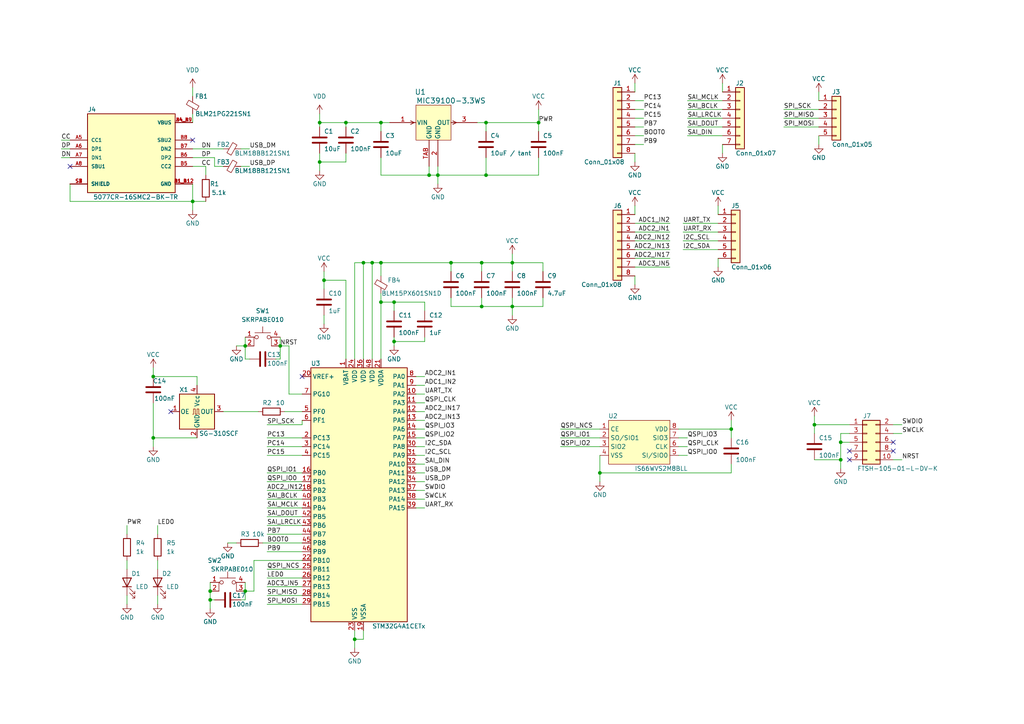
<source format=kicad_sch>
(kicad_sch (version 20230121) (generator eeschema)
  (paper "A4")
  (title_block (title "C4NDY Board") (rev "1") (company "Yamamoto Works Ltd."))
  (lib_symbols
    (symbol "Connector_Generic:Conn_01x05" (pin_names (offset 1.016) hide)
      (property "Reference" "J" (at 0 7.62 0))
      (property "Value" "Conn_01x05" (at 0 -7.62 0))
      (symbol "Conn_01x05_1_1"
        (rectangle (start -1.27 -4.953) (end 0 -5.207) (stroke (width 0.1524)))
        (rectangle (start -1.27 -2.413) (end 0 -2.667) (stroke (width 0.1524)))
        (rectangle (start -1.27 0.127) (end 0 -0.127) (stroke (width 0.1524)))
        (rectangle (start -1.27 2.667) (end 0 2.413) (stroke (width 0.1524)))
        (rectangle (start -1.27 5.207) (end 0 4.953) (stroke (width 0.1524)))
        (rectangle (start -1.27 6.35) (end 1.27 -6.35) (stroke (width 0.254)) (fill (type background)))
        (pin passive line (at -5.08 5.08 0) (length 3.81) (name "Pin_1") (number "1"))
        (pin passive line (at -5.08 2.54 0) (length 3.81) (name "Pin_2") (number "2"))
        (pin passive line (at -5.08 0 0) (length 3.81) (name "Pin_3") (number "3"))
        (pin passive line (at -5.08 -2.54 0) (length 3.81) (name "Pin_4") (number "4"))
        (pin passive line (at -5.08 -5.08 0) (length 3.81) (name "Pin_5") (number "5"))
      )
    )
    (symbol "Connector_Generic:Conn_01x06" (pin_names (offset 1.016) hide)
      (property "Reference" "J" (at 0 7.62 0))
      (property "Value" "Conn_01x06" (at 0 -10.16 0))
      (symbol "Conn_01x06_1_1"
        (rectangle (start -1.27 -7.493) (end 0 -7.747) (stroke (width 0.1524)))
        (rectangle (start -1.27 -4.953) (end 0 -5.207) (stroke (width 0.1524)))
        (rectangle (start -1.27 -2.413) (end 0 -2.667) (stroke (width 0.1524)))
        (rectangle (start -1.27 0.127) (end 0 -0.127) (stroke (width 0.1524)))
        (rectangle (start -1.27 2.667) (end 0 2.413) (stroke (width 0.1524)))
        (rectangle (start -1.27 5.207) (end 0 4.953) (stroke (width 0.1524)))
        (rectangle (start -1.27 6.35) (end 1.27 -8.89) (stroke (width 0.254)) (fill (type background)))
        (pin passive line (at -5.08 5.08 0) (length 3.81) (name "Pin_1") (number "1"))
        (pin passive line (at -5.08 2.54 0) (length 3.81) (name "Pin_2") (number "2"))
        (pin passive line (at -5.08 0 0) (length 3.81) (name "Pin_3") (number "3"))
        (pin passive line (at -5.08 -2.54 0) (length 3.81) (name "Pin_4") (number "4"))
        (pin passive line (at -5.08 -5.08 0) (length 3.81) (name "Pin_5") (number "5"))
        (pin passive line (at -5.08 -7.62 0) (length 3.81) (name "Pin_6") (number "6"))
      )
    )
    (symbol "Connector_Generic:Conn_01x07" (pin_names (offset 1.016) hide)
      (property "Reference" "J" (at 0 10.16 0))
      (property "Value" "Conn_01x07" (at 0 -10.16 0))
      (symbol "Conn_01x07_1_1"
        (rectangle (start -1.27 -7.493) (end 0 -7.747) (stroke (width 0.1524)))
        (rectangle (start -1.27 -4.953) (end 0 -5.207) (stroke (width 0.1524)))
        (rectangle (start -1.27 -2.413) (end 0 -2.667) (stroke (width 0.1524)))
        (rectangle (start -1.27 0.127) (end 0 -0.127) (stroke (width 0.1524)))
        (rectangle (start -1.27 2.667) (end 0 2.413) (stroke (width 0.1524)))
        (rectangle (start -1.27 5.207) (end 0 4.953) (stroke (width 0.1524)))
        (rectangle (start -1.27 7.747) (end 0 7.493) (stroke (width 0.1524)))
        (rectangle (start -1.27 8.89) (end 1.27 -8.89) (stroke (width 0.254)) (fill (type background)))
        (pin passive line (at -5.08 7.62 0) (length 3.81) (name "Pin_1") (number "1"))
        (pin passive line (at -5.08 5.08 0) (length 3.81) (name "Pin_2") (number "2"))
        (pin passive line (at -5.08 2.54 0) (length 3.81) (name "Pin_3") (number "3"))
        (pin passive line (at -5.08 0 0) (length 3.81) (name "Pin_4") (number "4"))
        (pin passive line (at -5.08 -2.54 0) (length 3.81) (name "Pin_5") (number "5"))
        (pin passive line (at -5.08 -5.08 0) (length 3.81) (name "Pin_6") (number "6"))
        (pin passive line (at -5.08 -7.62 0) (length 3.81) (name "Pin_7") (number "7"))
      )
    )
    (symbol "Connector_Generic:Conn_01x08" (pin_names (offset 1.016) hide)
      (property "Reference" "J" (at 0 10.16 0))
      (property "Value" "Conn_01x08" (at 0 -12.7 0))
      (symbol "Conn_01x08_1_1"
        (rectangle (start -1.27 -10.033) (end 0 -10.287) (stroke (width 0.1524)))
        (rectangle (start -1.27 -7.493) (end 0 -7.747) (stroke (width 0.1524)))
        (rectangle (start -1.27 -4.953) (end 0 -5.207) (stroke (width 0.1524)))
        (rectangle (start -1.27 -2.413) (end 0 -2.667) (stroke (width 0.1524)))
        (rectangle (start -1.27 0.127) (end 0 -0.127) (stroke (width 0.1524)))
        (rectangle (start -1.27 2.667) (end 0 2.413) (stroke (width 0.1524)))
        (rectangle (start -1.27 5.207) (end 0 4.953) (stroke (width 0.1524)))
        (rectangle (start -1.27 7.747) (end 0 7.493) (stroke (width 0.1524)))
        (rectangle (start -1.27 8.89) (end 1.27 -11.43) (stroke (width 0.254)) (fill (type background)))
        (pin passive line (at -5.08 7.62 0) (length 3.81) (name "Pin_1") (number "1"))
        (pin passive line (at -5.08 5.08 0) (length 3.81) (name "Pin_2") (number "2"))
        (pin passive line (at -5.08 2.54 0) (length 3.81) (name "Pin_3") (number "3"))
        (pin passive line (at -5.08 0 0) (length 3.81) (name "Pin_4") (number "4"))
        (pin passive line (at -5.08 -2.54 0) (length 3.81) (name "Pin_5") (number "5"))
        (pin passive line (at -5.08 -5.08 0) (length 3.81) (name "Pin_6") (number "6"))
        (pin passive line (at -5.08 -7.62 0) (length 3.81) (name "Pin_7") (number "7"))
        (pin passive line (at -5.08 -10.16 0) (length 3.81) (name "Pin_8") (number "8"))
      )
    )
    (symbol "Connector_Generic:Conn_02x05_Odd_Even" (pin_names (offset 1.016) hide)
      (property "Reference" "J" (at 1.27 7.62 0))
      (property "Value" "Conn_02x05_Odd_Even" (at 1.27 -7.62 0))
      (symbol "Conn_02x05_Odd_Even_1_1"
        (rectangle (start -1.27 -4.953) (end 0 -5.207) (stroke (width 0.1524)))
        (rectangle (start -1.27 -2.413) (end 0 -2.667) (stroke (width 0.1524)))
        (rectangle (start -1.27 0.127) (end 0 -0.127) (stroke (width 0.1524)))
        (rectangle (start -1.27 2.667) (end 0 2.413) (stroke (width 0.1524)))
        (rectangle (start -1.27 5.207) (end 0 4.953) (stroke (width 0.1524)))
        (rectangle (start -1.27 6.35) (end 3.81 -6.35) (stroke (width 0.254)) (fill (type background)))
        (rectangle (start 3.81 -4.953) (end 2.54 -5.207) (stroke (width 0.1524)))
        (rectangle (start 3.81 -2.413) (end 2.54 -2.667) (stroke (width 0.1524)))
        (rectangle (start 3.81 0.127) (end 2.54 -0.127) (stroke (width 0.1524)))
        (rectangle (start 3.81 2.667) (end 2.54 2.413) (stroke (width 0.1524)))
        (rectangle (start 3.81 5.207) (end 2.54 4.953) (stroke (width 0.1524)))
        (pin passive line (at -5.08 5.08 0) (length 3.81) (name "Pin_1") (number "1"))
        (pin passive line (at 7.62 -5.08 180) (length 3.81) (name "Pin_10") (number "10"))
        (pin passive line (at 7.62 5.08 180) (length 3.81) (name "Pin_2") (number "2"))
        (pin passive line (at -5.08 2.54 0) (length 3.81) (name "Pin_3") (number "3"))
        (pin passive line (at 7.62 2.54 180) (length 3.81) (name "Pin_4") (number "4"))
        (pin passive line (at -5.08 0 0) (length 3.81) (name "Pin_5") (number "5"))
        (pin passive line (at 7.62 0 180) (length 3.81) (name "Pin_6") (number "6"))
        (pin passive line (at -5.08 -2.54 0) (length 3.81) (name "Pin_7") (number "7"))
        (pin passive line (at 7.62 -2.54 180) (length 3.81) (name "Pin_8") (number "8"))
        (pin passive line (at -5.08 -5.08 0) (length 3.81) (name "Pin_9") (number "9"))
      )
    )
    (symbol "Device:C" (pin_numbers hide) (pin_names (offset 0.254))
      (property "Reference" "C" (at 0.635 2.54 0))
      (property "Value" "C" (at 0.635 -2.54 0))
      (symbol "C_0_1"
        (polyline (pts (xy -2.032 -0.762) (xy 2.032 -0.762)) (stroke (width 0.508)))
        (polyline (pts (xy -2.032 0.762) (xy 2.032 0.762)) (stroke (width 0.508)))
      )
      (symbol "C_1_1"
        (pin passive line (at 0 3.81 270) (length 2.794) (name "~") (number "1"))
        (pin passive line (at 0 -3.81 90) (length 2.794) (name "~") (number "2"))
      )
    )
    (symbol "Device:FerriteBead_Small" (pin_numbers hide) (pin_names (offset 0))
      (property "Reference" "FB" (at 1.905 1.27 0))
      (property "Value" "FerriteBead_Small" (at 1.905 -1.27 0))
      (symbol "FerriteBead_Small_0_1"
        (polyline (pts (xy 0 -1.27) (xy 0 -0.7874)))
        (polyline (pts (xy 0 0.889) (xy 0 1.2954)))
        (polyline (pts (xy -1.8288 0.2794) (xy -1.1176 1.4986) (xy 1.8288 -0.2032) (xy 1.1176 -1.4224) (xy -1.8288 0.2794)))
      )
      (symbol "FerriteBead_Small_1_1"
        (pin passive line (at 0 2.54 270) (length 1.27) (name "~") (number "1"))
        (pin passive line (at 0 -2.54 90) (length 1.27) (name "~") (number "2"))
      )
    )
    (symbol "Device:LED" (pin_numbers hide) (pin_names (offset 1.016) hide)
      (property "Reference" "D" (at 0 2.54 0))
      (property "Value" "LED" (at 0 -2.54 0))
      (symbol "LED_0_1"
        (polyline (pts (xy -1.27 -1.27) (xy -1.27 1.27)) (stroke (width 0.254)))
        (polyline (pts (xy -1.27 0) (xy 1.27 0)))
        (polyline (pts (xy 1.27 -1.27) (xy 1.27 1.27) (xy -1.27 0) (xy 1.27 -1.27)) (stroke (width 0.254)))
        (polyline (pts (xy -3.048 -0.762) (xy -4.572 -2.286) (xy -3.81 -2.286) (xy -4.572 -2.286) (xy -4.572 -1.524)))
        (polyline (pts (xy -1.778 -0.762) (xy -3.302 -2.286) (xy -2.54 -2.286) (xy -3.302 -2.286) (xy -3.302 -1.524)))
      )
      (symbol "LED_1_1"
        (pin passive line (at -3.81 0 0) (length 2.54) (name "K") (number "1"))
        (pin passive line (at 3.81 0 180) (length 2.54) (name "A") (number "2"))
      )
    )
    (symbol "Device:R" (pin_numbers hide) (pin_names (offset 0))
      (property "Reference" "R" (at 2.032 0 90))
      (property "Value" "R" (at 0 0 90))
      (symbol "R_0_1"
        (rectangle (start -1.016 -2.54) (end 1.016 2.54) (stroke (width 0.254)))
      )
      (symbol "R_1_1"
        (pin passive line (at 0 3.81 270) (length 1.27) (name "~") (number "1"))
        (pin passive line (at 0 -3.81 90) (length 1.27) (name "~") (number "2"))
      )
    )
    (symbol "MCU_ST_STM32G4:STM32G4A1CETx"
      (property "Reference" "U1" (at -12.7 39.37 0))
      (property "Value" "STM32G4A1CETx" (at 5.08 -36.83 0))
      (symbol "STM32G4A1CETx_0_1"
        (rectangle (start -12.7 -35.56) (end 15.24 38.1) (stroke (width 0.254)) (fill (type background)))
      )
      (symbol "STM32G4A1CETx_1_1"
        (pin power_in line (at -2.54 40.64 270) (length 2.54) (name "VBAT") (number "1"))
        (pin bidirectional line (at 17.78 30.48 180) (length 2.54) (name "PA2") (number "10"))
        (pin bidirectional line (at 17.78 27.94 180) (length 2.54) (name "PA3") (number "11"))
        (pin bidirectional line (at 17.78 25.4 180) (length 2.54) (name "PA4") (number "12"))
        (pin bidirectional line (at 17.78 22.86 180) (length 2.54) (name "PA5") (number "13"))
        (pin bidirectional line (at 17.78 20.32 180) (length 2.54) (name "PA6") (number "14"))
        (pin bidirectional line (at 17.78 17.78 180) (length 2.54) (name "PA7") (number "15"))
        (pin bidirectional line (at -15.24 7.62 0) (length 2.54) (name "PB0") (number "16"))
        (pin bidirectional line (at -15.24 5.08 0) (length 2.54) (name "PB1") (number "17"))
        (pin bidirectional line (at -15.24 2.54 0) (length 2.54) (name "PB2") (number "18"))
        (pin passive line (at 2.54 -38.1 90) (length 2.54) (name "VSSA") (number "19"))
        (pin bidirectional line (at -15.24 17.78 0) (length 2.54) (name "PC13") (number "2"))
        (pin input line (at -15.24 35.56 0) (length 2.54) (name "VREF+") (number "20"))
        (pin power_in line (at 7.62 40.64 270) (length 2.54) (name "VDDA") (number "21"))
        (pin bidirectional line (at -15.24 -17.78 0) (length 2.54) (name "PB10") (number "22"))
        (pin passive line (at 0 -38.1 90) (length 2.54) (name "VSS") (number "23"))
        (pin power_in line (at 0 40.64 270) (length 2.54) (name "VDD") (number "24"))
        (pin bidirectional line (at -15.24 -20.32 0) (length 2.54) (name "PB11") (number "25"))
        (pin bidirectional line (at -15.24 -22.86 0) (length 2.54) (name "PB12") (number "26"))
        (pin bidirectional line (at -15.24 -25.4 0) (length 2.54) (name "PB13") (number "27"))
        (pin bidirectional line (at -15.24 -27.94 0) (length 2.54) (name "PB14") (number "28"))
        (pin bidirectional line (at -15.24 -30.48 0) (length 2.54) (name "PB15") (number "29"))
        (pin bidirectional line (at -15.24 15.24 0) (length 2.54) (name "PC14") (number "3"))
        (pin bidirectional line (at 17.78 15.24 180) (length 2.54) (name "PA8") (number "30"))
        (pin bidirectional line (at 17.78 12.7 180) (length 2.54) (name "PA9") (number "31"))
        (pin bidirectional line (at 17.78 10.16 180) (length 2.54) (name "PA10") (number "32"))
        (pin bidirectional line (at 17.78 7.62 180) (length 2.54) (name "PA11") (number "33"))
        (pin bidirectional line (at 17.78 5.08 180) (length 2.54) (name "PA12") (number "34"))
        (pin passive line (at 0 -38.1 90) (length 2.54) hide (name "VSS") (number "35"))
        (pin power_in line (at 2.54 40.64 270) (length 2.54) (name "VDD") (number "36"))
        (pin bidirectional line (at 17.78 2.54 180) (length 2.54) (name "PA13") (number "37"))
        (pin bidirectional line (at 17.78 0 180) (length 2.54) (name "PA14") (number "38"))
        (pin bidirectional line (at 17.78 -2.54 180) (length 2.54) (name "PA15") (number "39"))
        (pin bidirectional line (at -15.24 12.7 0) (length 2.54) (name "PC15") (number "4"))
        (pin bidirectional line (at -15.24 0 0) (length 2.54) (name "PB3") (number "40"))
        (pin bidirectional line (at -15.24 -2.54 0) (length 2.54) (name "PB4") (number "41"))
        (pin bidirectional line (at -15.24 -5.08 0) (length 2.54) (name "PB5") (number "42"))
        (pin bidirectional line (at -15.24 -7.62 0) (length 2.54) (name "PB6") (number "43"))
        (pin bidirectional line (at -15.24 -10.16 0) (length 2.54) (name "PB7") (number "44"))
        (pin bidirectional line (at -15.24 -12.7 0) (length 2.54) (name "PB8") (number "45"))
        (pin bidirectional line (at -15.24 -15.24 0) (length 2.54) (name "PB9") (number "46"))
        (pin passive line (at 0 -38.1 90) (length 2.54) hide (name "VSS") (number "47"))
        (pin power_in line (at 5.08 40.64 270) (length 2.54) (name "VDD") (number "48"))
        (pin bidirectional line (at -15.24 25.4 0) (length 2.54) (name "PF0") (number "5"))
        (pin bidirectional line (at -15.24 22.86 0) (length 2.54) (name "PF1") (number "6"))
        (pin bidirectional line (at -15.24 30.48 0) (length 2.54) (name "PG10") (number "7"))
        (pin bidirectional line (at 17.78 35.56 180) (length 2.54) (name "PA0") (number "8"))
        (pin bidirectional line (at 17.78 33.02 180) (length 2.54) (name "PA1") (number "9"))
      )
    )
    (symbol "My_Parts:5077CR-16SMC2-BK-TR" (pin_names (offset 1.016))
      (property "Reference" "J" (at -12.7 10.922 0))
      (property "Value" "5077CR-16SMC2-BK-TR" (at -12.7 -15.24 0))
      (symbol "5077CR-16SMC2-BK-TR_0_0"
        (rectangle (start -12.7 -12.7) (end 12.7 10.16) (stroke (width 0.254)) (fill (type background)))
        (pin power_in line (at 17.78 -10.16 180) (length 5.08) (name "GND") (number "A1_B12"))
        (pin power_in line (at 17.78 7.62 180) (length 5.08) (name "VBUS") (number "A4_B9"))
        (pin passive line (at -17.78 2.54 0) (length 5.08) (name "CC1") (number "A5"))
        (pin passive line (at -17.78 0 0) (length 5.08) (name "DP1") (number "A6"))
        (pin passive line (at -17.78 -2.54 0) (length 5.08) (name "DN1") (number "A7"))
        (pin passive line (at -17.78 -5.08 0) (length 5.08) (name "SBU1") (number "A8"))
        (pin power_in line (at 17.78 -10.16 180) (length 5.08) (name "GND") (number "B1_A12"))
        (pin power_in line (at 17.78 7.62 180) (length 5.08) (name "VBUS") (number "B4_A9"))
        (pin passive line (at 17.78 -5.08 180) (length 5.08) (name "CC2") (number "B5"))
        (pin passive line (at 17.78 -2.54 180) (length 5.08) (name "DP2") (number "B6"))
        (pin passive line (at 17.78 0 180) (length 5.08) (name "DN2") (number "B7"))
        (pin passive line (at 17.78 2.54 180) (length 5.08) (name "SBU2") (number "B8"))
        (pin passive line (at -17.78 -10.16 0) (length 5.08) (name "SHIELD") (number "S1"))
        (pin passive line (at -17.78 -10.16 0) (length 5.08) (name "SHIELD") (number "S2"))
        (pin passive line (at -17.78 -10.16 0) (length 5.08) (name "SHIELD") (number "S3"))
        (pin passive line (at -17.78 -10.16 0) (length 5.08) (name "SHIELD") (number "S4"))
      )
    )
    (symbol "My_Parts:MIC39100-3.3WS" (pin_names (offset 0.254))
      (property "Reference" "U" (at 12.7 8.89 0))
      (property "Value" "MIC39100-3.3WS" (at 13.97 6.35 0))
      (symbol "MIC39100-3.3WS_0_1"
        (polyline (pts (xy 7.0993 0) (xy 6.0579 -0.5207)) (stroke (width 0.2032)))
        (polyline (pts (xy 7.0993 0) (xy 6.0579 0.5207)) (stroke (width 0.2032)))
        (polyline (pts (xy 18.3007 -0.5207) (xy 19.3421 0)) (stroke (width 0.2032)))
        (polyline (pts (xy 18.3007 0.5207) (xy 19.3421 0)) (stroke (width 0.2032)))
        (pin output line (at 25.4 0 180) (length 7.62) (name "OUT") (number "3"))
      )
      (symbol "MIC39100-3.3WS_1_1"
        (rectangle (start 7.62 5.08) (end 17.78 -5.08) (fill (type background)))
        (pin input line (at 0 0 0) (length 7.62) (name "VIN") (number "1"))
        (pin passive line (at 13.97 -12.7 90) (length 7.62) (name "GND") (number "2"))
        (pin passive line (at 11.43 -12.7 90) (length 7.62) (name "GND") (number "TAB"))
      )
    )
    (symbol "My_Parts:SRAM_QSPI"
      (property "Reference" "U" (at -8.89 7.62 0))
      (property "Value" "SRAM" (at 6.35 -7.62 0))
      (symbol "SRAM_QSPI_1_1"
        (rectangle (start -8.89 6.35) (end 8.89 -6.35) (fill (type background)))
        (pin input line (at -11.43 3.81 0) (length 2.54) (name "CE") (number "1"))
        (pin bidirectional line (at -11.43 1.27 0) (length 2.54) (name "SO/SIO1") (number "2"))
        (pin bidirectional line (at -11.43 -1.27 0) (length 2.54) (name "SIO2") (number "3"))
        (pin passive line (at -11.43 -3.81 0) (length 2.54) (name "VSS") (number "4"))
        (pin bidirectional line (at 11.43 -3.81 180) (length 2.54) (name "SI/SIO0") (number "5"))
        (pin input line (at 11.43 -1.27 180) (length 2.54) (name "CLK") (number "6"))
        (pin bidirectional line (at 11.43 1.27 180) (length 2.54) (name "SIO3") (number "7"))
        (pin power_in line (at 11.43 3.81 180) (length 2.54) (name "VDD") (number "8"))
      )
    )
    (symbol "Oscillator:SG-8002CE" (pin_names (offset 0.254))
      (property "Reference" "X1" (at -3.81 6.35 0))
      (property "Value" "SG-310SCF" (at 6.35 -6.35 0))
      (symbol "SG-8002CE_0_1"
        (rectangle (start -5.08 5.08) (end 5.08 -5.08) (stroke (width 0.254)) (fill (type background)))
        (polyline (pts (xy -1.27 -0.762) (xy -1.016 -0.762) (xy -1.016 0.762) (xy -0.508 0.762) (xy -0.508 -0.762) (xy 0 -0.762) (xy 0 0.762) (xy 0.508 0.762) (xy 0.508 -0.762) (xy 0.762 -0.762)))
      )
      (symbol "SG-8002CE_1_1"
        (pin input line (at -7.62 0 0) (length 2.54) (name "OE") (number "1"))
        (pin passive line (at 0 -7.62 90) (length 2.54) (name "GND") (number "2"))
        (pin output line (at 7.62 0 180) (length 2.54) (name "OUT") (number "3"))
        (pin power_in line (at 0 7.62 270) (length 2.54) (name "Vcc") (number "4"))
      )
    )
    (symbol "Switch:SW_MEC_5E" (pin_names (offset 1.016) hide)
      (property "Reference" "SW" (at 0.635 5.715 0))
      (property "Value" "SW_MEC_5E" (at 0 -3.175 0))
      (symbol "SW_MEC_5E_0_1"
        (circle (center -1.778 2.54) (radius 0.508))
        (polyline (pts (xy -2.286 3.81) (xy 2.286 3.81)))
        (polyline (pts (xy 0 3.81) (xy 0 5.588)))
        (polyline (pts (xy -2.54 0) (xy -2.54 2.54) (xy -2.286 2.54)))
        (polyline (pts (xy 2.54 0) (xy 2.54 2.54) (xy 2.286 2.54)))
        (circle (center 1.778 2.54) (radius 0.508))
        (pin passive line (at -5.08 2.54 0) (length 2.54) (name "1") (number "1"))
        (pin passive line (at -5.08 0 0) (length 2.54) (name "2") (number "2"))
        (pin passive line (at 5.08 0 180) (length 2.54) (name "K") (number "3"))
        (pin passive line (at 5.08 2.54 180) (length 2.54) (name "A") (number "4"))
      )
    )
    (symbol "power:GND" (power) (pin_names (offset 0))
      (property "Value" "GND" (at 0 -3.81 0))
      (symbol "GND_0_1"
        (polyline (pts (xy 0 0) (xy 0 -1.27) (xy 1.27 -1.27) (xy 0 -2.54) (xy -1.27 -1.27) (xy 0 -1.27)))
      )
      (symbol "GND_1_1"
        (pin power_in line (at 0 0 270) (length 0) hide (name "GND") (number "1"))
      )
    )
    (symbol "power:VCC" (power) (pin_names (offset 0))
      (property "Value" "VCC" (at 0 3.81 0))
      (symbol "VCC_0_1"
        (polyline (pts (xy -0.762 1.27) (xy 0 2.54)))
        (polyline (pts (xy 0 0) (xy 0 2.54)))
        (polyline (pts (xy 0 2.54) (xy 0.762 1.27)))
      )
      (symbol "VCC_1_1"
        (pin power_in line (at 0 0 90) (length 0) hide (name "VCC") (number "1"))
      )
    )
    (symbol "power:VDD" (power) (pin_names (offset 0))
      (property "Value" "VDD" (at 0 3.81 0))
      (symbol "VDD_0_1"
        (polyline (pts (xy -0.762 1.27) (xy 0 2.54)))
        (polyline (pts (xy 0 0) (xy 0 2.54)))
        (polyline (pts (xy 0 2.54) (xy 0.762 1.27)))
      )
      (symbol "VDD_1_1"
        (pin power_in line (at 0 0 90) (length 0) hide (name "VDD") (number "1"))
      )
    )
  )
  (junction (at 130.81 76.2))
  (junction (at 105.41 76.2))
  (junction (at 93.98 81.28))
  (junction (at 236.22 123.19))
  (junction (at 102.87 185.42))
  (junction (at 243.84 128.27))
  (junction (at 110.49 87.63))
  (junction (at 124.46 50.8))
  (junction (at 100.33 35.56))
  (junction (at 114.3 87.63))
  (junction (at 110.49 76.2))
  (junction (at 60.96 173.99))
  (junction (at 60.96 171.45))
  (junction (at 92.71 35.56))
  (junction (at 44.45 109.22))
  (junction (at 107.95 76.2))
  (junction (at 140.97 50.8))
  (junction (at 110.49 35.56))
  (junction (at 212.09 124.46))
  (junction (at 173.99 137.16))
  (junction (at 148.59 88.9))
  (junction (at 127 50.8))
  (junction (at 71.12 100.33))
  (junction (at 156.21 35.56))
  (junction (at 243.84 133.35))
  (junction (at 71.12 171.45))
  (junction (at 81.28 100.33))
  (junction (at 139.7 76.2))
  (junction (at 114.3 99.06))
  (junction (at 140.97 35.56))
  (junction (at 55.88 58.42))
  (junction (at 148.59 76.2))
  (junction (at 139.7 88.9))
  (junction (at 92.71 46.99))
  (junction (at 44.45 127))
  (no_connect (at 259.08 128.27))
  (no_connect (at 55.88 40.64))
  (no_connect (at 87.63 109.22))
  (no_connect (at 49.53 119.38))
  (no_connect (at 246.38 133.35))
  (no_connect (at 259.08 130.81))
  (no_connect (at 20.32 48.26))
  (no_connect (at 246.38 130.81))
  (wire (pts (xy 100.33 44.45) (xy 100.33 46.99)))
  (wire (pts (xy 120.65 142.24) (xy 123.19 142.24)))
  (wire (pts (xy 156.21 35.56) (xy 156.21 38.1)))
  (wire (pts (xy 114.3 97.79) (xy 114.3 99.06)))
  (wire (pts (xy 83.82 114.3) (xy 87.63 114.3)))
  (wire (pts (xy 184.15 36.83) (xy 186.69 36.83)))
  (wire (pts (xy 17.78 40.64) (xy 20.32 40.64)))
  (wire (pts (xy 259.08 133.35) (xy 261.62 133.35)))
  (wire (pts (xy 120.65 129.54) (xy 123.19 129.54)))
  (wire (pts (xy 199.39 29.21) (xy 209.55 29.21)))
  (wire (pts (xy 17.78 43.18) (xy 20.32 43.18)))
  (wire (pts (xy 83.82 100.33) (xy 83.82 114.3)))
  (wire (pts (xy 139.7 86.36) (xy 139.7 88.9)))
  (wire (pts (xy 124.46 48.26) (xy 124.46 50.8)))
  (wire (pts (xy 157.48 78.74) (xy 157.48 76.2)))
  (wire (pts (xy 162.56 127) (xy 173.99 127)))
  (wire (pts (xy 140.97 35.56) (xy 156.21 35.56)))
  (wire (pts (xy 102.87 185.42) (xy 102.87 187.96)))
  (wire (pts (xy 199.39 36.83) (xy 209.55 36.83)))
  (wire (pts (xy 243.84 128.27) (xy 243.84 133.35)))
  (wire (pts (xy 130.81 86.36) (xy 130.81 88.9)))
  (wire (pts (xy 196.85 132.08) (xy 199.39 132.08)))
  (wire (pts (xy 156.21 45.72) (xy 156.21 50.8)))
  (wire (pts (xy 82.55 119.38) (xy 87.63 119.38)))
  (wire (pts (xy 17.78 45.72) (xy 20.32 45.72)))
  (wire (pts (xy 66.04 157.48) (xy 68.58 157.48)))
  (wire (pts (xy 212.09 137.16) (xy 173.99 137.16)))
  (wire (pts (xy 114.3 99.06) (xy 114.3 100.33)))
  (wire (pts (xy 212.09 124.46) (xy 212.09 127)))
  (wire (pts (xy 259.08 123.19) (xy 261.62 123.19)))
  (wire (pts (xy 102.87 182.88) (xy 102.87 185.42)))
  (wire (pts (xy 194.31 72.39) (xy 184.15 72.39)))
  (wire (pts (xy 243.84 128.27) (xy 246.38 128.27)))
  (wire (pts (xy 77.47 147.32) (xy 87.63 147.32)))
  (wire (pts (xy 87.63 123.19) (xy 87.63 121.92)))
  (wire (pts (xy 107.95 76.2) (xy 107.95 104.14)))
  (wire (pts (xy 157.48 88.9) (xy 148.59 88.9)))
  (wire (pts (xy 148.59 73.66) (xy 148.59 76.2)))
  (wire (pts (xy 110.49 35.56) (xy 110.49 38.1)))
  (wire (pts (xy 110.49 35.56) (xy 100.33 35.56)))
  (wire (pts (xy 92.71 44.45) (xy 92.71 46.99)))
  (wire (pts (xy 110.49 35.56) (xy 113.03 35.56)))
  (wire (pts (xy 157.48 76.2) (xy 148.59 76.2)))
  (wire (pts (xy 69.85 43.18) (xy 72.39 43.18)))
  (wire (pts (xy 20.32 58.42) (xy 55.88 58.42)))
  (wire (pts (xy 110.49 45.72) (xy 110.49 50.8)))
  (wire (pts (xy 77.47 149.86) (xy 87.63 149.86)))
  (wire (pts (xy 246.38 123.19) (xy 236.22 123.19)))
  (wire (pts (xy 36.83 162.56) (xy 36.83 165.1)))
  (wire (pts (xy 55.88 58.42) (xy 59.69 58.42)))
  (wire (pts (xy 237.49 39.37) (xy 237.49 41.91)))
  (wire (pts (xy 77.47 167.64) (xy 87.63 167.64)))
  (wire (pts (xy 148.59 76.2) (xy 139.7 76.2)))
  (wire (pts (xy 71.12 168.91) (xy 71.12 171.45)))
  (wire (pts (xy 73.66 162.56) (xy 73.66 171.45)))
  (wire (pts (xy 208.28 74.93) (xy 208.28 77.47)))
  (wire (pts (xy 69.85 48.26) (xy 72.39 48.26)))
  (wire (pts (xy 77.47 127) (xy 87.63 127)))
  (wire (pts (xy 59.69 48.26) (xy 59.69 50.8)))
  (wire (pts (xy 60.96 168.91) (xy 60.96 171.45)))
  (wire (pts (xy 55.88 43.18) (xy 64.77 43.18)))
  (wire (pts (xy 77.47 139.7) (xy 87.63 139.7)))
  (wire (pts (xy 123.19 99.06) (xy 114.3 99.06)))
  (wire (pts (xy 123.19 90.17) (xy 123.19 87.63)))
  (wire (pts (xy 184.15 34.29) (xy 186.69 34.29)))
  (wire (pts (xy 184.15 80.01) (xy 184.15 82.55)))
  (wire (pts (xy 130.81 78.74) (xy 130.81 76.2)))
  (wire (pts (xy 73.66 162.56) (xy 87.63 162.56)))
  (wire (pts (xy 120.65 144.78) (xy 123.19 144.78)))
  (wire (pts (xy 139.7 88.9) (xy 130.81 88.9)))
  (wire (pts (xy 157.48 86.36) (xy 157.48 88.9)))
  (wire (pts (xy 120.65 116.84) (xy 123.19 116.84)))
  (wire (pts (xy 227.33 31.75) (xy 237.49 31.75)))
  (wire (pts (xy 236.22 123.19) (xy 236.22 120.65)))
  (wire (pts (xy 196.85 124.46) (xy 212.09 124.46)))
  (wire (pts (xy 140.97 45.72) (xy 140.97 50.8)))
  (wire (pts (xy 184.15 39.37) (xy 186.69 39.37)))
  (wire (pts (xy 77.47 175.26) (xy 87.63 175.26)))
  (wire (pts (xy 162.56 124.46) (xy 173.99 124.46)))
  (wire (pts (xy 77.47 129.54) (xy 87.63 129.54)))
  (wire (pts (xy 110.49 85.09) (xy 110.49 87.63)))
  (wire (pts (xy 199.39 31.75) (xy 209.55 31.75)))
  (wire (pts (xy 184.15 41.91) (xy 186.69 41.91)))
  (wire (pts (xy 36.83 152.4) (xy 36.83 154.94)))
  (wire (pts (xy 236.22 123.19) (xy 236.22 125.73)))
  (wire (pts (xy 124.46 50.8) (xy 127 50.8)))
  (wire (pts (xy 162.56 129.54) (xy 173.99 129.54)))
  (wire (pts (xy 76.2 157.48) (xy 87.63 157.48)))
  (wire (pts (xy 100.33 36.83) (xy 100.33 35.56)))
  (wire (pts (xy 55.88 48.26) (xy 59.69 48.26)))
  (wire (pts (xy 184.15 31.75) (xy 186.69 31.75)))
  (wire (pts (xy 105.41 76.2) (xy 105.41 104.14)))
  (wire (pts (xy 198.12 72.39) (xy 208.28 72.39)))
  (wire (pts (xy 62.23 45.72) (xy 62.23 48.26)))
  (wire (pts (xy 138.43 35.56) (xy 140.97 35.56)))
  (wire (pts (xy 123.19 97.79) (xy 123.19 99.06)))
  (wire (pts (xy 110.49 76.2) (xy 130.81 76.2)))
  (wire (pts (xy 114.3 87.63) (xy 110.49 87.63)))
  (wire (pts (xy 120.65 147.32) (xy 123.19 147.32)))
  (wire (pts (xy 77.47 142.24) (xy 87.63 142.24)))
  (wire (pts (xy 120.65 121.92) (xy 123.19 121.92)))
  (wire (pts (xy 120.65 137.16) (xy 123.19 137.16)))
  (wire (pts (xy 80.01 104.14) (xy 81.28 104.14)))
  (wire (pts (xy 45.72 172.72) (xy 45.72 175.26)))
  (wire (pts (xy 110.49 87.63) (xy 110.49 104.14)))
  (wire (pts (xy 194.31 69.85) (xy 184.15 69.85)))
  (wire (pts (xy 114.3 90.17) (xy 114.3 87.63)))
  (wire (pts (xy 105.41 182.88) (xy 105.41 185.42)))
  (wire (pts (xy 123.19 87.63) (xy 114.3 87.63)))
  (wire (pts (xy 44.45 116.84) (xy 44.45 127)))
  (wire (pts (xy 194.31 64.77) (xy 184.15 64.77)))
  (wire (pts (xy 77.47 137.16) (xy 87.63 137.16)))
  (wire (pts (xy 100.33 81.28) (xy 100.33 104.14)))
  (wire (pts (xy 209.55 41.91) (xy 209.55 44.45)))
  (wire (pts (xy 227.33 36.83) (xy 237.49 36.83)))
  (wire (pts (xy 77.47 144.78) (xy 87.63 144.78)))
  (wire (pts (xy 77.47 172.72) (xy 87.63 172.72)))
  (wire (pts (xy 92.71 46.99) (xy 92.71 49.53)))
  (wire (pts (xy 77.47 123.19) (xy 87.63 123.19)))
  (wire (pts (xy 120.65 134.62) (xy 123.19 134.62)))
  (wire (pts (xy 81.28 104.14) (xy 81.28 100.33)))
  (wire (pts (xy 44.45 127) (xy 57.15 127)))
  (wire (pts (xy 100.33 81.28) (xy 93.98 81.28)))
  (wire (pts (xy 60.96 173.99) (xy 62.23 173.99)))
  (wire (pts (xy 62.23 48.26) (xy 64.77 48.26)))
  (wire (pts (xy 36.83 172.72) (xy 36.83 175.26)))
  (wire (pts (xy 45.72 162.56) (xy 45.72 165.1)))
  (wire (pts (xy 184.15 29.21) (xy 186.69 29.21)))
  (wire (pts (xy 173.99 137.16) (xy 173.99 139.7)))
  (wire (pts (xy 139.7 76.2) (xy 139.7 78.74)))
  (wire (pts (xy 139.7 76.2) (xy 130.81 76.2)))
  (wire (pts (xy 156.21 31.75) (xy 156.21 35.56)))
  (wire (pts (xy 140.97 35.56) (xy 140.97 38.1)))
  (wire (pts (xy 100.33 46.99) (xy 92.71 46.99)))
  (wire (pts (xy 246.38 125.73) (xy 243.84 125.73)))
  (wire (pts (xy 69.85 173.99) (xy 71.12 173.99)))
  (wire (pts (xy 71.12 173.99) (xy 71.12 171.45)))
  (wire (pts (xy 194.31 74.93) (xy 184.15 74.93)))
  (wire (pts (xy 212.09 124.46) (xy 212.09 121.92)))
  (wire (pts (xy 71.12 104.14) (xy 71.12 100.33)))
  (wire (pts (xy 148.59 88.9) (xy 148.59 91.44)))
  (wire (pts (xy 45.72 152.4) (xy 45.72 154.94)))
  (wire (pts (xy 259.08 125.73) (xy 261.62 125.73)))
  (wire (pts (xy 110.49 50.8) (xy 124.46 50.8)))
  (wire (pts (xy 55.88 33.02) (xy 55.88 35.56)))
  (wire (pts (xy 55.88 45.72) (xy 62.23 45.72)))
  (wire (pts (xy 81.28 100.33) (xy 83.82 100.33)))
  (wire (pts (xy 60.96 173.99) (xy 60.96 176.53)))
  (wire (pts (xy 209.55 24.13) (xy 209.55 26.67)))
  (wire (pts (xy 77.47 132.08) (xy 87.63 132.08)))
  (wire (pts (xy 93.98 81.28) (xy 93.98 83.82)))
  (wire (pts (xy 198.12 69.85) (xy 208.28 69.85)))
  (wire (pts (xy 68.58 100.33) (xy 71.12 100.33)))
  (wire (pts (xy 102.87 76.2) (xy 105.41 76.2)))
  (wire (pts (xy 44.45 109.22) (xy 57.15 109.22)))
  (wire (pts (xy 184.15 44.45) (xy 184.15 46.99)))
  (wire (pts (xy 173.99 137.16) (xy 173.99 132.08)))
  (wire (pts (xy 105.41 76.2) (xy 107.95 76.2)))
  (wire (pts (xy 184.15 24.13) (xy 184.15 26.67)))
  (wire (pts (xy 198.12 67.31) (xy 208.28 67.31)))
  (wire (pts (xy 148.59 78.74) (xy 148.59 76.2)))
  (wire (pts (xy 44.45 106.68) (xy 44.45 109.22)))
  (wire (pts (xy 184.15 59.69) (xy 184.15 62.23)))
  (wire (pts (xy 156.21 50.8) (xy 140.97 50.8)))
  (wire (pts (xy 71.12 97.79) (xy 71.12 100.33)))
  (wire (pts (xy 102.87 76.2) (xy 102.87 104.14)))
  (wire (pts (xy 93.98 78.74) (xy 93.98 81.28)))
  (wire (pts (xy 77.47 170.18) (xy 87.63 170.18)))
  (wire (pts (xy 199.39 34.29) (xy 209.55 34.29)))
  (wire (pts (xy 57.15 109.22) (xy 57.15 111.76)))
  (wire (pts (xy 120.65 111.76) (xy 123.19 111.76)))
  (wire (pts (xy 71.12 171.45) (xy 73.66 171.45)))
  (wire (pts (xy 100.33 35.56) (xy 92.71 35.56)))
  (wire (pts (xy 64.77 119.38) (xy 74.93 119.38)))
  (wire (pts (xy 120.65 127) (xy 123.19 127)))
  (wire (pts (xy 55.88 53.34) (xy 55.88 58.42)))
  (wire (pts (xy 243.84 133.35) (xy 243.84 135.89)))
  (wire (pts (xy 77.47 154.94) (xy 87.63 154.94)))
  (wire (pts (xy 196.85 127) (xy 199.39 127)))
  (wire (pts (xy 77.47 165.1) (xy 87.63 165.1)))
  (wire (pts (xy 208.28 59.69) (xy 208.28 62.23)))
  (wire (pts (xy 20.32 53.34) (xy 20.32 58.42)))
  (wire (pts (xy 44.45 127) (xy 44.45 129.54)))
  (wire (pts (xy 81.28 97.79) (xy 81.28 100.33)))
  (wire (pts (xy 92.71 33.02) (xy 92.71 35.56)))
  (wire (pts (xy 199.39 39.37) (xy 209.55 39.37)))
  (wire (pts (xy 243.84 125.73) (xy 243.84 128.27)))
  (wire (pts (xy 110.49 80.01) (xy 110.49 76.2)))
  (wire (pts (xy 72.39 104.14) (xy 71.12 104.14)))
  (wire (pts (xy 227.33 34.29) (xy 237.49 34.29)))
  (wire (pts (xy 237.49 26.67) (xy 237.49 29.21)))
  (wire (pts (xy 194.31 77.47) (xy 184.15 77.47)))
  (wire (pts (xy 120.65 139.7) (xy 123.19 139.7)))
  (wire (pts (xy 93.98 91.44) (xy 93.98 93.98)))
  (wire (pts (xy 105.41 185.42) (xy 102.87 185.42)))
  (wire (pts (xy 120.65 119.38) (xy 123.19 119.38)))
  (wire (pts (xy 120.65 124.46) (xy 123.19 124.46)))
  (wire (pts (xy 212.09 134.62) (xy 212.09 137.16)))
  (wire (pts (xy 60.96 171.45) (xy 60.96 173.99)))
  (wire (pts (xy 77.47 152.4) (xy 87.63 152.4)))
  (wire (pts (xy 127 50.8) (xy 127 53.34)))
  (wire (pts (xy 55.88 58.42) (xy 55.88 60.96)))
  (wire (pts (xy 55.88 25.4) (xy 55.88 27.94)))
  (wire (pts (xy 107.95 76.2) (xy 110.49 76.2)))
  (wire (pts (xy 120.65 109.22) (xy 123.19 109.22)))
  (wire (pts (xy 196.85 129.54) (xy 199.39 129.54)))
  (wire (pts (xy 236.22 133.35) (xy 243.84 133.35)))
  (wire (pts (xy 92.71 35.56) (xy 92.71 36.83)))
  (wire (pts (xy 77.47 160.02) (xy 87.63 160.02)))
  (wire (pts (xy 127 48.26) (xy 127 50.8)))
  (wire (pts (xy 148.59 88.9) (xy 139.7 88.9)))
  (wire (pts (xy 120.65 132.08) (xy 123.19 132.08)))
  (wire (pts (xy 148.59 86.36) (xy 148.59 88.9)))
  (wire (pts (xy 140.97 50.8) (xy 127 50.8)))
  (wire (pts (xy 198.12 64.77) (xy 208.28 64.77)))
  (wire (pts (xy 120.65 114.3) (xy 123.19 114.3)))
  (wire (pts (xy 194.31 67.31) (xy 184.15 67.31)))
  (label "SAI_DOUT" (at 199.39 36.83 0))
  (label "ADC2_IN1" (at 194.31 67.31 180))
  (label "SPI_MOSI" (at 227.33 36.83 0))
  (label "QSPI_IO0" (at 199.39 132.08 0))
  (label "SAI_MCLK" (at 77.47 147.32 0))
  (label "BOOT0" (at 77.47 157.48 0))
  (label "SAI_BCLK" (at 199.39 31.75 0))
  (label "SPI_SCK" (at 227.33 31.75 0))
  (label "QSPI_IO3" (at 123.19 124.46 0))
  (label "SPI_MISO" (at 77.47 172.72 0))
  (label "SPI_SCK" (at 77.47 123.19 0))
  (label "ADC2_IN1" (at 123.19 109.22 0))
  (label "ADC1_IN2" (at 194.31 64.77 180))
  (label "PC13" (at 186.69 29.21 0))
  (label "ADC2_IN12" (at 194.31 69.85 180))
  (label "PB7" (at 186.69 36.83 0))
  (label "QSPI_IO1" (at 77.47 137.16 0))
  (label "SAI_MCLK" (at 199.39 29.21 0))
  (label "USB_DP" (at 123.19 139.7 0))
  (label "ADC2_IN17" (at 123.19 119.38 0))
  (label "PC13" (at 77.47 127 0))
  (label "DN" (at 17.78 45.72 0))
  (label "PB9" (at 186.69 41.91 0))
  (label "LED0" (at 77.47 167.64 0))
  (label "ADC3_IN5" (at 77.47 170.18 0))
  (label "UART_TX" (at 123.19 114.3 0))
  (label "PC15" (at 186.69 34.29 0))
  (label "SAI_LRCLK" (at 77.47 152.4 0))
  (label "ADC2_IN13" (at 194.31 72.39 180))
  (label "QSPI_IO3" (at 199.39 127 0))
  (label "PWR" (at 36.83 152.4 0))
  (label "ADC1_IN2" (at 123.19 111.76 0))
  (label "QSPI_CLK" (at 123.19 116.84 0))
  (label "PB9" (at 77.47 160.02 0))
  (label "QSPI_CLK" (at 199.39 129.54 0))
  (label "SPI_MOSI" (at 77.47 175.26 0))
  (label "BOOT0" (at 186.69 39.37 0))
  (label "SPI_MISO" (at 227.33 34.29 0))
  (label "SWCLK" (at 261.62 125.73 0))
  (label "UART_TX" (at 198.12 64.77 0))
  (label "I2C_SDA" (at 123.19 129.54 0))
  (label "QSPI_NCS" (at 77.47 165.1 0))
  (label "NRST" (at 81.28 100.33 0))
  (label "PC14" (at 186.69 31.75 0))
  (label "I2C_SDA" (at 198.12 72.39 0))
  (label "CC" (at 17.78 40.64 0))
  (label "SAI_DOUT" (at 77.47 149.86 0))
  (label "ADC2_IN13" (at 123.19 121.92 0))
  (label "NRST" (at 261.62 133.35 0))
  (label "QSPI_IO2" (at 162.56 129.54 0))
  (label "SAI_LRCLK" (at 199.39 34.29 0))
  (label "SAI_DIN" (at 123.19 134.62 0))
  (label "PB7" (at 77.47 154.94 0))
  (label "DN" (at 58.42 43.18 0))
  (label "ADC2_IN17" (at 194.31 74.93 180))
  (label "USB_DP" (at 72.39 48.26 0))
  (label "QSPI_IO1" (at 162.56 127 0))
  (label "SWCLK" (at 123.19 144.78 0))
  (label "UART_RX" (at 198.12 67.31 0))
  (label "SAI_DIN" (at 199.39 39.37 0))
  (label "UART_RX" (at 123.19 147.32 0))
  (label "QSPI_IO2" (at 123.19 127 0))
  (label "ADC2_IN12" (at 77.47 142.24 0))
  (label "ADC3_IN5" (at 194.31 77.47 180))
  (label "PC14" (at 77.47 129.54 0))
  (label "QSPI_IO0" (at 77.47 139.7 0))
  (label "PC15" (at 77.47 132.08 0))
  (label "PWR" (at 156.21 35.56 0))
  (label "USB_DM" (at 72.39 43.18 0))
  (label "SAI_BCLK" (at 77.47 144.78 0))
  (label "LED0" (at 45.72 152.4 0))
  (label "CC" (at 58.42 48.26 0))
  (label "I2C_SCL" (at 198.12 69.85 0))
  (label "SWDIO" (at 261.62 123.19 0))
  (label "QSPI_NCS" (at 162.56 124.46 0))
  (label "SWDIO" (at 123.19 142.24 0))
  (label "I2C_SCL" (at 123.19 132.08 0))
  (label "DP" (at 17.78 43.18 0))
  (label "DP" (at 58.42 45.72 0))
  (label "USB_DM" (at 123.19 137.16 0))
  (symbol (lib_id "power:GND") (at 173.99 139.7 0) (unit 1)
    (property "Reference" "#PWR028" (effects hide))
    (property "Value" "GND" (at 173.99 143.51 0))
  )
  (symbol (lib_id "power:VCC") (at 93.98 78.74 0) (unit 1)
    (property "Reference" "#PWR017" (effects hide))
    (property "Value" "VCC" (at 93.98 74.93 0))
  )
  (symbol (lib_id "Device:C") (at 110.49 41.91 0) (unit 1)
    (property "Reference" "C3" (at 111.76 39.37 0) (effects (justify left)))
    (property "Value" "10uF" (at 111.76 44.45 0) (effects (justify left)))
    (property "Footprint" "Capacitor_SMD:C_0603_1608Metric" (effects hide))
  )
  (symbol (lib_id "power:VCC") (at 184.15 24.13 0) (unit 1)
    (property "Reference" "#PWR01" (effects hide))
    (property "Value" "VCC" (at 184.15 20.32 0))
  )
  (symbol (lib_id "power:GND") (at 237.49 41.91 0) (unit 1)
    (property "Reference" "#PWR07" (effects hide))
    (property "Value" "GND" (at 237.49 45.72 0))
  )
  (symbol (lib_id "Device:R") (at 45.72 158.75 0) (unit 1)
    (property "Reference" "R5" (at 48.26 157.48 0) (effects (justify left)))
    (property "Value" "1k" (at 48.26 160.02 0) (effects (justify left)))
    (property "Footprint" "Resistor_SMD:R_0402_1005Metric" (effects hide))
  )
  (symbol (lib_id "Connector_Generic:Conn_02x05_Odd_Even") (at 251.46 128.27 0) (unit 1)
    (property "Reference" "J7" (at 251.46 120.65 0))
    (property "Value" "FTSH-105-01-L-DV-K" (at 260.35 135.89 0))
    (property "Footprint" "My_Parts:SAMTEC_FTSH-105-XX-X-DV" (effects hide))
  )
  (symbol (lib_id "power:GND") (at 45.72 175.26 0) (unit 1)
    (property "Reference" "#PWR031" (effects hide))
    (property "Value" "GND" (at 45.72 179.07 0))
  )
  (symbol (lib_id "Device:C") (at 139.7 82.55 0) (unit 1)
    (property "Reference" "C7" (at 140.97 80.01 0) (effects (justify left)))
    (property "Value" "100nF" (at 140.97 85.09 0) (effects (justify left)))
    (property "Footprint" "Capacitor_SMD:C_0402_1005Metric" (effects hide))
  )
  (symbol (lib_id "Device:R") (at 78.74 119.38 90) (unit 1)
    (property "Reference" "R2" (at 77.47 116.84 90))
    (property "Value" "10" (at 81.28 116.84 90))
    (property "Footprint" "Resistor_SMD:R_0402_1005Metric" (effects hide))
  )
  (symbol (lib_id "Connector_Generic:Conn_01x07") (at 214.63 34.29 0) (unit 1)
    (property "Reference" "J2" (at 213.36 24.13 0) (effects (justify left)))
    (property "Value" "Conn_01x07" (at 213.36 44.45 0) (effects (justify left)))
    (property "Footprint" "My_Parts:PinHeader_1x07_P2.54mm_Vertical" (effects hide))
  )
  (symbol (lib_id "Device:FerriteBead_Small") (at 110.49 82.55 180) (unit 1)
    (property "Reference" "FB4" (at 114.3 81.28 0))
    (property "Value" "BLM15PX601SN1D" (at 119.38 85.09 0))
    (property "Footprint" "Inductor_SMD:L_0402_1005Metric" (effects hide))
  )
  (symbol (lib_id "Device:R") (at 59.69 54.61 0) (unit 1)
    (property "Reference" "R1" (at 62.23 53.34 0))
    (property "Value" "5.1k" (at 63.5 55.88 0))
    (property "Footprint" "Resistor_SMD:R_0402_1005Metric" (effects hide))
  )
  (symbol (lib_id "Device:C") (at 123.19 93.98 0) (unit 1)
    (property "Reference" "C12" (at 124.46 91.44 0) (effects (justify left)))
    (property "Value" "1uF" (at 124.46 96.52 0) (effects (justify left)))
    (property "Footprint" "Capacitor_SMD:C_0402_1005Metric" (effects hide))
  )
  (symbol (lib_id "Switch:SW_MEC_5E") (at 66.04 171.45 0) (unit 1)
    (property "Reference" "SW2" (at 62.23 162.56 0))
    (property "Value" "SKRPABE010" (at 67.31 165.1 0))
    (property "Footprint" "My_Parts:SKRPABE010" (effects hide))
    (property "Datasheet" "http://www.apem.com/int/index.php?controller=attachment&id_attachment=1371" (effects hide))
  )
  (symbol (lib_id "Device:C") (at 114.3 93.98 0) (unit 1)
    (property "Reference" "C11" (at 115.57 91.44 0) (effects (justify left)))
    (property "Value" "100nF" (at 115.57 96.52 0) (effects (justify left)))
    (property "Footprint" "Capacitor_SMD:C_0402_1005Metric" (effects hide))
  )
  (symbol (lib_id "Switch:SW_MEC_5E") (at 76.2 100.33 0) (unit 1)
    (property "Reference" "SW1" (at 76.2 90.17 0))
    (property "Value" "SKRPABE010" (at 76.2 92.71 0))
    (property "Footprint" "My_Parts:SKRPABE010" (effects hide))
    (property "Datasheet" "http://www.apem.com/int/index.php?controller=attachment&id_attachment=1371" (effects hide))
  )
  (symbol (lib_id "Device:C") (at 212.09 130.81 0) (unit 1)
    (property "Reference" "C16" (at 213.36 128.27 0) (effects (justify left)))
    (property "Value" "100nF" (at 213.36 133.35 0) (effects (justify left)))
    (property "Footprint" "Capacitor_SMD:C_0402_1005Metric" (effects hide))
  )
  (symbol (lib_id "power:VCC") (at 236.22 120.65 0) (unit 1)
    (property "Reference" "#PWR024" (effects hide))
    (property "Value" "VCC" (at 236.22 116.84 0))
  )
  (symbol (lib_id "Connector_Generic:Conn_01x05") (at 242.57 34.29 0) (unit 1)
    (property "Reference" "J3" (at 241.3 26.67 0) (effects (justify left)))
    (property "Value" "Conn_01x05" (at 241.3 41.91 0) (effects (justify left)))
    (property "Footprint" "My_Parts:PinHeader_1x05_P2.54mm_Vertical" (effects hide))
  )
  (symbol (lib_id "Device:LED") (at 45.72 168.91 90) (unit 1)
    (property "Reference" "D2" (at 46.99 166.37 90) (effects (justify right)))
    (property "Value" "LED" (at 48.26 170.18 90) (effects (justify right)))
    (property "Footprint" "LED_SMD:LED_0603_1608Metric" (effects hide))
  )
  (symbol (lib_id "Device:LED") (at 36.83 168.91 90) (unit 1)
    (property "Reference" "D1" (at 38.1 166.37 90) (effects (justify right)))
    (property "Value" "LED" (at 39.37 170.18 90) (effects (justify right)))
    (property "Footprint" "LED_SMD:LED_0603_1608Metric" (effects hide))
  )
  (symbol (lib_id "Device:C") (at 100.33 40.64 0) (unit 1)
    (property "Reference" "C2" (at 101.6 38.1 0) (effects (justify left)))
    (property "Value" "100nF" (at 101.6 43.18 0) (effects (justify left)))
    (property "Footprint" "Capacitor_SMD:C_0603_1608Metric" (effects hide))
  )
  (symbol (lib_id "power:GND") (at 184.15 46.99 0) (unit 1)
    (property "Reference" "#PWR09" (effects hide))
    (property "Value" "GND" (at 184.15 50.8 0))
  )
  (symbol (lib_id "Device:C") (at 93.98 87.63 0) (unit 1)
    (property "Reference" "C10" (at 95.25 85.09 0) (effects (justify left)))
    (property "Value" "1uF" (at 95.25 90.17 0) (effects (justify left)))
    (property "Footprint" "Capacitor_SMD:C_0402_1005Metric" (effects hide))
  )
  (symbol (lib_id "Device:C") (at 157.48 82.55 0) (unit 1)
    (property "Reference" "C9" (at 158.75 80.01 0) (effects (justify left)))
    (property "Value" "4.7uF" (at 158.75 85.09 0) (effects (justify left)))
    (property "Footprint" "Capacitor_SMD:C_0603_1608Metric" (effects hide))
  )
  (symbol (lib_id "Device:C") (at 236.22 129.54 0) (unit 1)
    (property "Reference" "C15" (at 237.49 127 0) (effects (justify left)))
    (property "Value" "100nF" (at 237.49 132.08 0) (effects (justify left)))
    (property "Footprint" "Capacitor_SMD:C_0402_1005Metric" (effects hide))
  )
  (symbol (lib_id "power:VCC") (at 184.15 59.69 0) (mirror y) (unit 1)
    (property "Reference" "#PWR012" (effects hide))
    (property "Value" "VCC" (at 184.15 55.88 0))
  )
  (symbol (lib_id "power:GND") (at 68.58 100.33 0) (unit 1)
    (property "Reference" "#PWR021" (effects hide))
    (property "Value" "GND" (at 68.58 104.14 0))
  )
  (symbol (lib_id "power:GND") (at 44.45 129.54 0) (unit 1)
    (property "Reference" "#PWR026" (effects hide))
    (property "Value" "GND" (at 44.45 133.35 0))
  )
  (symbol (lib_id "My_Parts:MIC39100-3.3WS") (at 113.03 35.56 0) (unit 1)
    (property "Reference" "U1" (at 121.92 26.67 0) (effects (font (size 1.524 1.524))))
    (property "Value" "MIC39100-3.3WS" (at 130.81 29.21 0) (effects (font (size 1.524 1.524))))
    (property "Footprint" "My_Parts:SOT-223_S_MCL" (effects hide))
    (property "Datasheet" "MIC39100-3.3WS" (effects hide))
  )
  (symbol (lib_id "Device:FerriteBead_Small") (at 67.31 48.26 90) (unit 1)
    (property "Reference" "FB3" (at 64.77 46.99 90))
    (property "Value" "BLM18BB121SN1" (at 76.2 49.53 90))
    (property "Footprint" "Inductor_SMD:L_0603_1608Metric" (effects hide))
  )
  (symbol (lib_id "power:VCC") (at 212.09 121.92 0) (unit 1)
    (property "Reference" "#PWR025" (effects hide))
    (property "Value" "VCC" (at 212.09 118.11 0))
  )
  (symbol (lib_id "Device:R") (at 36.83 158.75 0) (unit 1)
    (property "Reference" "R4" (at 39.37 157.48 0) (effects (justify left)))
    (property "Value" "1k" (at 39.37 160.02 0) (effects (justify left)))
    (property "Footprint" "Resistor_SMD:R_0402_1005Metric" (effects hide))
  )
  (symbol (lib_id "power:VCC") (at 156.21 31.75 0) (unit 1)
    (property "Reference" "#PWR05" (effects hide))
    (property "Value" "VCC" (at 156.21 27.94 0))
  )
  (symbol (lib_id "power:GND") (at 114.3 100.33 0) (unit 1)
    (property "Reference" "#PWR022" (effects hide))
    (property "Value" "GND" (at 114.3 104.14 0))
  )
  (symbol (lib_id "power:GND") (at 184.15 82.55 0) (mirror y) (unit 1)
    (property "Reference" "#PWR018" (effects hide))
    (property "Value" "GND" (at 184.15 86.36 0))
  )
  (symbol (lib_id "My_Parts:5077CR-16SMC2-BK-TR") (at 38.1 43.18 0) (unit 1)
    (property "Reference" "J4" (at 26.67 31.75 0))
    (property "Value" "5077CR-16SMC2-BK-TR" (at 39.37 57.15 0))
    (property "Footprint" "My_Parts:NELTRON_5077CR-16SMC2-BK-TR" (effects hide))
    (property "PARTREV" "B" (effects hide))
    (property "SNAPEDA_PN" "5077CR-16SMC2-BK-TR" (effects hide))
    (property "STANDARD" "Manufacturer Recommendations" (effects hide))
    (property "MAXIMUM_PACKAGE_HEIGHT" "3.26mm" (effects hide))
    (property "MANUFACTURER" "Neltron" (effects hide))
  )
  (symbol (lib_id "power:GND") (at 209.55 44.45 0) (unit 1)
    (property "Reference" "#PWR08" (effects hide))
    (property "Value" "GND" (at 209.55 48.26 0))
  )
  (symbol (lib_id "Device:C") (at 148.59 82.55 0) (unit 1)
    (property "Reference" "C8" (at 149.86 80.01 0) (effects (justify left)))
    (property "Value" "100nF" (at 149.86 85.09 0) (effects (justify left)))
    (property "Footprint" "Capacitor_SMD:C_0402_1005Metric" (effects hide))
  )
  (symbol (lib_id "MCU_ST_STM32G4:STM32G4A1CETx") (at 102.87 144.78 0) (unit 1)
    (property "Reference" "U3" (at 90.17 105.41 0) (effects (justify left)))
    (property "Value" "STM32G4A1CETx" (at 107.95 181.61 0) (effects (justify left)))
    (property "Footprint" "Package_QFP:LQFP-48_7x7mm_P0.5mm" (effects hide))
    (property "Datasheet" "https://www.st.com/resource/en/datasheet/stm32g4a1ce.pdf" (effects hide))
  )
  (symbol (lib_id "power:VCC") (at 237.49 26.67 0) (unit 1)
    (property "Reference" "#PWR04" (effects hide))
    (property "Value" "VCC" (at 237.49 22.86 0))
  )
  (symbol (lib_id "Oscillator:SG-8002CE") (at 57.15 119.38 0) (unit 1)
    (property "Reference" "X1" (at 53.34 113.03 0))
    (property "Value" "SG-310SCF" (at 63.5 125.73 0))
    (property "Footprint" "Oscillator:Oscillator_SMD_SeikoEpson_SG8002CE-4Pin_3.2x2.5mm" (effects hide))
    (property "Datasheet" "https://support.epson.biz/td/api/doc_check.php?mode=dl&lang=en&Parts=SG-8002DC" (effects hide))
  )
  (symbol (lib_id "power:GND") (at 208.28 77.47 0) (unit 1)
    (property "Reference" "#PWR016" (effects hide))
    (property "Value" "GND" (at 208.28 81.28 0))
  )
  (symbol (lib_id "power:GND") (at 92.71 49.53 0) (unit 1)
    (property "Reference" "#PWR010" (effects hide))
    (property "Value" "GND" (at 92.71 53.34 0))
  )
  (symbol (lib_id "power:GND") (at 93.98 93.98 0) (unit 1)
    (property "Reference" "#PWR020" (effects hide))
    (property "Value" "GND" (at 93.98 97.79 0))
  )
  (symbol (lib_id "power:GND") (at 66.04 157.48 0) (unit 1)
    (property "Reference" "#PWR029" (effects hide))
    (property "Value" "GND" (at 66.04 161.29 0))
  )
  (symbol (lib_id "Device:FerriteBead_Small") (at 55.88 30.48 180) (unit 1)
    (property "Reference" "FB1" (at 58.42 27.94 0))
    (property "Value" "BLM21PG221SN1" (at 64.77 33.02 0))
    (property "Footprint" "Inductor_SMD:L_0805_2012Metric" (effects hide))
  )
  (symbol (lib_id "Connector_Generic:Conn_01x06") (at 213.36 67.31 0) (unit 1)
    (property "Reference" "J5" (at 212.09 59.69 0) (effects (justify left)))
    (property "Value" "Conn_01x06" (at 212.09 77.47 0) (effects (justify left)))
    (property "Footprint" "My_Parts:PinHeader_1x06_P2.54mm_Vertical" (effects hide))
  )
  (symbol (lib_id "power:GND") (at 243.84 135.89 0) (unit 1)
    (property "Reference" "#PWR027" (effects hide))
    (property "Value" "GND" (at 243.84 139.7 0))
  )
  (symbol (lib_id "power:GND") (at 102.87 187.96 0) (unit 1)
    (property "Reference" "#PWR033" (effects hide))
    (property "Value" "GND" (at 102.87 191.77 0))
  )
  (symbol (lib_id "power:VDD") (at 55.88 25.4 0) (unit 1)
    (property "Reference" "#PWR03" (effects hide))
    (property "Value" "VDD" (at 55.88 20.32 0))
  )
  (symbol (lib_id "power:GND") (at 127 53.34 0) (unit 1)
    (property "Reference" "#PWR011" (effects hide))
    (property "Value" "GND" (at 127 57.15 0))
  )
  (symbol (lib_id "power:VDD") (at 92.71 33.02 0) (unit 1)
    (property "Reference" "#PWR06" (effects hide))
    (property "Value" "VDD" (at 92.71 27.94 0))
  )
  (symbol (lib_id "power:VCC") (at 208.28 59.69 0) (unit 1)
    (property "Reference" "#PWR013" (effects hide))
    (property "Value" "VCC" (at 208.28 55.88 0))
  )
  (symbol (lib_id "Device:C") (at 92.71 40.64 0) (unit 1)
    (property "Reference" "C1" (at 93.98 38.1 0) (effects (justify left)))
    (property "Value" "10uF" (at 93.98 43.18 0) (effects (justify left)))
    (property "Footprint" "Capacitor_SMD:C_0603_1608Metric" (effects hide))
  )
  (symbol (lib_id "power:GND") (at 55.88 60.96 0) (unit 1)
    (property "Reference" "#PWR014" (effects hide))
    (property "Value" "GND" (at 55.88 64.77 0))
  )
  (symbol (lib_id "power:GND") (at 60.96 176.53 0) (unit 1)
    (property "Reference" "#PWR032" (effects hide))
    (property "Value" "GND" (at 60.96 180.34 0))
  )
  (symbol (lib_id "power:GND") (at 148.59 91.44 0) (unit 1)
    (property "Reference" "#PWR019" (effects hide))
    (property "Value" "GND" (at 148.59 95.25 0))
  )
  (symbol (lib_id "Device:C") (at 76.2 104.14 270) (unit 1)
    (property "Reference" "C13" (at 77.47 102.87 90) (effects (justify left)))
    (property "Value" "100nF" (at 77.47 105.41 90) (effects (justify left)))
    (property "Footprint" "Capacitor_SMD:C_0402_1005Metric" (effects hide))
  )
  (symbol (lib_id "Device:C") (at 66.04 173.99 270) (unit 1)
    (property "Reference" "C17" (at 67.31 172.72 90) (effects (justify left)))
    (property "Value" "100nF" (at 67.31 175.26 90) (effects (justify left)))
    (property "Footprint" "Capacitor_SMD:C_0402_1005Metric" (effects hide))
  )
  (symbol (lib_id "Device:FerriteBead_Small") (at 67.31 43.18 90) (unit 1)
    (property "Reference" "FB2" (at 64.77 41.91 90))
    (property "Value" "BLM18BB121SN1" (at 76.2 44.45 90))
    (property "Footprint" "Inductor_SMD:L_0603_1608Metric" (effects hide))
  )
  (symbol (lib_id "Connector_Generic:Conn_01x08") (at 179.07 34.29 0) (mirror y) (unit 1)
    (property "Reference" "J1" (at 179.07 24.13 0))
    (property "Value" "Conn_01x08" (at 175.26 46.99 0))
    (property "Footprint" "My_Parts:PinHeader_1x08_P2.54mm_Vertical" (effects hide))
  )
  (symbol (lib_id "My_Parts:SRAM_QSPI") (at 185.42 128.27 0) (unit 1)
    (property "Reference" "U2" (at 177.8 120.65 0))
    (property "Value" "IS66WVS2M8BLL" (at 191.77 135.89 0))
    (property "Footprint" "Package_SO:SOIC-8_3.9x4.9mm_P1.27mm" (effects hide))
  )
  (symbol (lib_id "power:VCC") (at 209.55 24.13 0) (unit 1)
    (property "Reference" "#PWR02" (effects hide))
    (property "Value" "VCC" (at 209.55 20.32 0))
  )
  (symbol (lib_id "power:VCC") (at 148.59 73.66 0) (unit 1)
    (property "Reference" "#PWR015" (effects hide))
    (property "Value" "VCC" (at 148.59 69.85 0))
  )
  (symbol (lib_id "Device:C") (at 156.21 41.91 0) (unit 1)
    (property "Reference" "C5" (at 157.48 39.37 0) (effects (justify left)))
    (property "Value" "100nF" (at 157.48 44.45 0) (effects (justify left)))
    (property "Footprint" "Capacitor_SMD:C_0603_1608Metric" (effects hide))
  )
  (symbol (lib_id "Device:C") (at 130.81 82.55 0) (unit 1)
    (property "Reference" "C6" (at 132.08 80.01 0) (effects (justify left)))
    (property "Value" "100nF" (at 132.08 85.09 0) (effects (justify left)))
    (property "Footprint" "Capacitor_SMD:C_0402_1005Metric" (effects hide))
  )
  (symbol (lib_id "power:GND") (at 36.83 175.26 0) (unit 1)
    (property "Reference" "#PWR030" (effects hide))
    (property "Value" "GND" (at 36.83 179.07 0))
  )
  (symbol (lib_id "power:VCC") (at 44.45 106.68 0) (unit 1)
    (property "Reference" "#PWR023" (effects hide))
    (property "Value" "VCC" (at 44.45 102.87 0))
  )
  (symbol (lib_id "Connector_Generic:Conn_01x08") (at 179.07 69.85 0) (mirror y) (unit 1)
    (property "Reference" "J6" (at 180.34 59.69 0) (effects (justify left)))
    (property "Value" "Conn_01x08" (at 180.34 82.55 0) (effects (justify left)))
    (property "Footprint" "My_Parts:PinHeader_1x08_P2.54mm_Vertical" (effects hide))
  )
  (symbol (lib_id "Device:C") (at 140.97 41.91 0) (unit 1)
    (property "Reference" "C4" (at 142.24 39.37 0) (effects (justify left)))
    (property "Value" "10uF / tant" (at 142.24 44.45 0) (effects (justify left)))
    (property "Footprint" "Capacitor_Tantalum_SMD:CP_EIA-3528-12_Kemet-T" (effects hide))
  )
  (symbol (lib_id "Device:R") (at 72.39 157.48 90) (unit 1)
    (property "Reference" "R3" (at 71.12 154.94 90))
    (property "Value" "10k" (at 74.93 154.94 90))
    (property "Footprint" "Resistor_SMD:R_0402_1005Metric" (effects hide))
  )
  (symbol (lib_id "Device:C") (at 44.45 113.03 180) (unit 1)
    (property "Reference" "C14" (at 48.26 110.49 0) (effects (justify left)))
    (property "Value" "100nF" (at 50.8 115.57 0) (effects (justify left)))
    (property "Footprint" "Capacitor_SMD:C_0402_1005Metric" (effects hide))
  )
)
</source>
